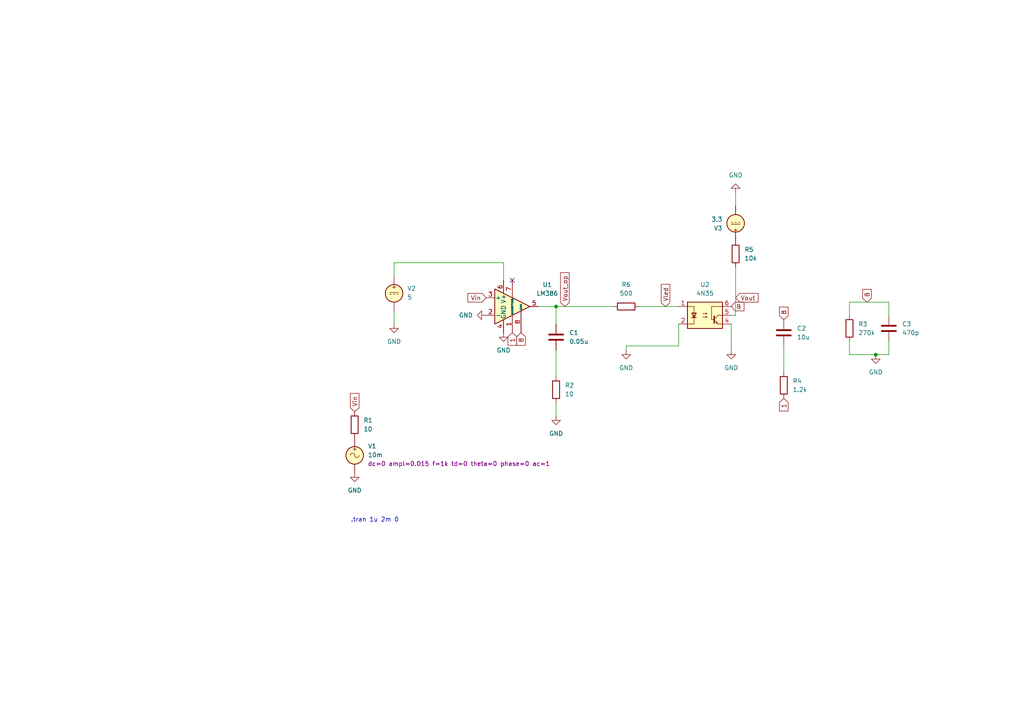
<source format=kicad_sch>
(kicad_sch (version 20231120) (generator "eeschema") (generator_version "8.0")
  (paper "A4")
  (lib_symbols
    (symbol "Amplifier_Audio:LM386" (pin_names (offset 0.127))
      (property "Reference" "U" (at 1.27 7.62 0))
      (property "Value" "LM386" (at 1.27 5.08 0))
      (symbol "LM386_0_1"
        (polyline (pts (xy 5.08 0) (xy -5.08 5.08) (xy -5.08 -5.08) (xy 5.08 0)) (stroke (width 0.254)) (fill (type background)))
      )
      (symbol "LM386_1_1"
        (pin input line (at 0 -7.62 90) (length 5.08) (name "GAIN") (number "1"))
        (pin input line (at -7.62 -2.54 0) (length 2.54) (name "-") (number "2"))
        (pin input line (at -7.62 2.54 0) (length 2.54) (name "+") (number "3"))
        (pin power_in line (at -2.54 -7.62 90) (length 3.81) (name "GND") (number "4"))
        (pin output line (at 7.62 0 180) (length 2.54) (name "~") (number "5"))
        (pin power_in line (at -2.54 7.62 270) (length 3.81) (name "V+") (number "6"))
        (pin input line (at 0 7.62 270) (length 5.08) (name "BYPASS") (number "7"))
        (pin input line (at 2.54 -7.62 90) (length 6.35) (name "GAIN") (number "8"))
      )
    )
    (symbol "Device:C" (pin_numbers hide) (pin_names (offset 0.254))
      (property "Reference" "C" (at 0.635 2.54 0))
      (property "Value" "C" (at 0.635 -2.54 0))
      (symbol "C_0_1"
        (polyline (pts (xy -2.032 -0.762) (xy 2.032 -0.762)) (stroke (width 0.508)))
        (polyline (pts (xy -2.032 0.762) (xy 2.032 0.762)) (stroke (width 0.508)))
      )
      (symbol "C_1_1"
        (pin passive line (at 0 3.81 270) (length 2.794) (name "~") (number "1"))
        (pin passive line (at 0 -3.81 90) (length 2.794) (name "~") (number "2"))
      )
    )
    (symbol "Device:R" (pin_numbers hide) (pin_names (offset 0))
      (property "Reference" "R" (at 2.032 0 90))
      (property "Value" "R" (at 0 0 90))
      (symbol "R_0_1"
        (rectangle (start -1.016 -2.54) (end 1.016 2.54) (stroke (width 0.254)))
      )
      (symbol "R_1_1"
        (pin passive line (at 0 3.81 270) (length 1.27) (name "~") (number "1"))
        (pin passive line (at 0 -3.81 90) (length 1.27) (name "~") (number "2"))
      )
    )
    (symbol "Isolator:4N35" (pin_names (offset 1.016))
      (property "Reference" "U" (at -5.08 5.08 0))
      (property "Value" "4N35" (at 0 5.08 0))
      (symbol "4N35_0_1"
        (rectangle (start -5.08 3.81) (end 5.08 -3.81) (stroke (width 0.254)) (fill (type background)))
        (polyline (pts (xy -3.81 -0.635) (xy -2.54 -0.635)) (stroke (width 0.254)))
        (polyline (pts (xy 2.667 -1.397) (xy 3.81 -2.54)))
        (polyline (pts (xy 2.667 -1.143) (xy 3.81 0)))
        (polyline (pts (xy 3.81 -2.54) (xy 5.08 -2.54)))
        (polyline (pts (xy 3.81 0) (xy 5.08 0)))
        (polyline (pts (xy 2.667 -0.254) (xy 2.667 -2.286) (xy 2.667 -2.286)) (stroke (width 0.3556)))
        (polyline (pts (xy -5.08 -2.54) (xy -3.175 -2.54) (xy -3.175 2.54) (xy -5.08 2.54)))
        (polyline (pts (xy -3.175 -0.635) (xy -3.81 0.635) (xy -2.54 0.635) (xy -3.175 -0.635)) (stroke (width 0.254)))
        (polyline (pts (xy 3.683 -2.413) (xy 3.429 -1.905) (xy 3.175 -2.159) (xy 3.683 -2.413)))
        (polyline (pts (xy 5.08 2.54) (xy 1.905 2.54) (xy 1.905 -1.27) (xy 2.54 -1.27)))
        (polyline (pts (xy -0.635 -0.508) (xy 0.635 -0.508) (xy 0.254 -0.635) (xy 0.254 -0.381) (xy 0.635 -0.508)))
        (polyline (pts (xy -0.635 0.508) (xy 0.635 0.508) (xy 0.254 0.381) (xy 0.254 0.635) (xy 0.635 0.508)))
      )
      (symbol "4N35_1_1"
        (pin passive line (at -7.62 2.54 0) (length 2.54) (name "~") (number "1"))
        (pin passive line (at -7.62 -2.54 0) (length 2.54) (name "~") (number "2"))
        (pin no_connect line (at -5.08 0 0) (length 2.54) hide (name "NC") (number "3"))
        (pin passive line (at 7.62 -2.54 180) (length 2.54) (name "~") (number "4"))
        (pin passive line (at 7.62 0 180) (length 2.54) (name "~") (number "5"))
        (pin passive line (at 7.62 2.54 180) (length 2.54) (name "~") (number "6"))
      )
    )
    (symbol "Simulation_SPICE:VDC" (pin_numbers hide) (pin_names (offset 0.0254))
      (property "Reference" "V" (at 2.54 2.54 0))
      (property "Value" "1" (at 2.54 0 0))
      (symbol "VDC_0_0"
        (polyline (pts (xy -1.27 0.254) (xy 1.27 0.254)))
        (polyline (pts (xy -0.762 -0.254) (xy -1.27 -0.254)))
        (polyline (pts (xy 0.254 -0.254) (xy -0.254 -0.254)))
        (polyline (pts (xy 1.27 -0.254) (xy 0.762 -0.254)))
        (text "+" (at 0 1.905 0) (effects (font (size 1.27 1.27))))
      )
      (symbol "VDC_0_1"
        (circle (center 0 0) (radius 2.54) (stroke (width 0.254)) (fill (type background)))
      )
      (symbol "VDC_1_1"
        (pin passive line (at 0 5.08 270) (length 2.54) (name "~") (number "1"))
        (pin passive line (at 0 -5.08 90) (length 2.54) (name "~") (number "2"))
      )
    )
    (symbol "Simulation_SPICE:VSIN" (pin_numbers hide) (pin_names (offset 0.0254))
      (property "Reference" "V" (at 2.54 2.54 0))
      (property "Value" "VSIN" (at 2.54 0 0))
      (property "Sim.Params" "dc=0 ampl=1 f=1k ac=1" (at 2.54 -2.54 0))
      (symbol "VSIN_0_0"
        (arc (start 0 0) (mid -0.635 0.6323) (end -1.27 0))
        (arc (start 0 0) (mid 0.635 -0.6323) (end 1.27 0))
        (text "+" (at 0 1.905 0) (effects (font (size 1.27 1.27))))
      )
      (symbol "VSIN_0_1"
        (circle (center 0 0) (radius 2.54) (stroke (width 0.254)) (fill (type background)))
      )
      (symbol "VSIN_1_1"
        (pin passive line (at 0 5.08 270) (length 2.54) (name "~") (number "1"))
        (pin passive line (at 0 -5.08 90) (length 2.54) (name "~") (number "2"))
      )
    )
    (symbol "power:GND" (power) (pin_numbers hide) (pin_names (offset 0) hide)
      (property "Value" "GND" (at 0 -3.81 0))
      (symbol "GND_0_1"
        (polyline (pts (xy 0 0) (xy 0 -1.27) (xy 1.27 -1.27) (xy 0 -2.54) (xy -1.27 -1.27) (xy 0 -1.27)))
      )
      (symbol "GND_1_1"
        (pin power_in line (at 0 0 270) (length 0) (name "~") (number "1"))
      )
    )
  )
  (junction (at 161.29 88.9))
  (junction (at 254 102.87))
  (no_connect (at 148.59 81.28))
  (wire (pts (xy 213.36 91.44) (xy 212.09 91.44)))
  (wire (pts (xy 254 102.87) (xy 257.81 102.87)))
  (wire (pts (xy 114.3 80.01) (xy 114.3 76.2)))
  (wire (pts (xy 227.33 100.33) (xy 227.33 107.95)))
  (wire (pts (xy 257.81 87.63) (xy 257.81 91.44)))
  (wire (pts (xy 246.38 99.06) (xy 246.38 102.87)))
  (wire (pts (xy 161.29 88.9) (xy 161.29 93.98)))
  (wire (pts (xy 161.29 101.6) (xy 161.29 109.22)))
  (wire (pts (xy 161.29 88.9) (xy 177.8 88.9)))
  (wire (pts (xy 156.21 88.9) (xy 161.29 88.9)))
  (wire (pts (xy 246.38 87.63) (xy 257.81 87.63)))
  (wire (pts (xy 213.36 77.47) (xy 213.36 91.44)))
  (wire (pts (xy 257.81 102.87) (xy 257.81 99.06)))
  (wire (pts (xy 246.38 91.44) (xy 246.38 87.63)))
  (wire (pts (xy 196.85 93.98) (xy 196.85 100.33)))
  (wire (pts (xy 213.36 59.69) (xy 213.36 55.88)))
  (wire (pts (xy 212.09 101.6) (xy 212.09 93.98)))
  (wire (pts (xy 114.3 90.17) (xy 114.3 93.98)))
  (wire (pts (xy 161.29 116.84) (xy 161.29 120.65)))
  (wire (pts (xy 146.05 76.2) (xy 146.05 81.28)))
  (wire (pts (xy 114.3 76.2) (xy 146.05 76.2)))
  (wire (pts (xy 246.38 102.87) (xy 254 102.87)))
  (wire (pts (xy 185.42 88.9) (xy 196.85 88.9)))
  (wire (pts (xy 181.61 101.6) (xy 181.61 100.33)))
  (wire (pts (xy 196.85 100.33) (xy 181.61 100.33)))
  (text ".tran 1u 2m 0" (at 108.712 150.876 0) (effects (font (size 1.27 1.27))))
  (global_label "8" (shape input) (at 151.13 96.52 270) (property "Intersheetrefs" "${INTERSHEET_REFS}" (effects (hide yes))))
  (global_label "8" (shape input) (at 227.33 92.71 90) (property "Intersheetrefs" "${INTERSHEET_REFS}" (effects (hide yes))))
  (global_label "Vled" (shape input) (at 193.04 88.9 90) (property "Intersheetrefs" "${INTERSHEET_REFS}" (effects (hide yes))))
  (global_label "Vout_op" (shape input) (at 163.83 88.9 90) (property "Intersheetrefs" "${INTERSHEET_REFS}" (effects (hide yes))))
  (global_label "B" (shape input) (at 212.09 88.9 0) (property "Intersheetrefs" "${INTERSHEET_REFS}" (effects (hide yes))))
  (global_label "Vout" (shape input) (at 213.36 86.36 0) (property "Intersheetrefs" "${INTERSHEET_REFS}" (effects (hide yes))))
  (global_label "1" (shape input) (at 148.59 96.52 270) (property "Intersheetrefs" "${INTERSHEET_REFS}" (effects (hide yes))))
  (global_label "Vin" (shape input) (at 140.97 86.36 180) (property "Intersheetrefs" "${INTERSHEET_REFS}" (effects (hide yes))))
  (global_label "Vin" (shape input) (at 102.87 119.38 90) (property "Intersheetrefs" "${INTERSHEET_REFS}" (effects (hide yes))))
  (global_label "1" (shape input) (at 227.33 115.57 270) (property "Intersheetrefs" "${INTERSHEET_REFS}" (effects (hide yes))))
  (global_label "B" (shape input) (at 251.46 87.63 90) (property "Intersheetrefs" "${INTERSHEET_REFS}" (effects (hide yes))))
  (symbol (lib_id "power:GND") (at 114.3 93.98 0) (unit 1)
    (property "Reference" "#PWR02" (effects (hide yes)))
    (property "Value" "GND" (at 114.3 99.06 0))
    (property "Description" "Power symbol creates a global label with name \"GND\" , ground" (effects (hide yes)))
  )
  (symbol (lib_id "Simulation_SPICE:VDC") (at 114.3 85.09 0) (unit 1)
    (property "Reference" "V2" (at 118.11 83.6901 0) (effects (justify left)))
    (property "Value" "5" (at 118.11 86.2301 0) (effects (justify left)))
    (property "Datasheet" "https://ngspice.sourceforge.io/docs/ngspice-html-manual/manual.xhtml#sec_Independent_Sources_for" (effects (hide yes)))
    (property "Description" "Voltage source, DC" (effects (hide yes)))
    (property "Sim.Pins" "1=+ 2=-" (effects (hide yes)))
    (property "Sim.Type" "DC" (effects (hide yes)))
    (property "Sim.Device" "V" (effects (hide yes)))
  )
  (symbol (lib_id "power:GND") (at 181.61 101.6 0) (unit 1)
    (property "Reference" "#PWR06" (effects (hide yes)))
    (property "Value" "GND" (at 181.61 106.68 0))
    (property "Description" "Power symbol creates a global label with name \"GND\" , ground" (effects (hide yes)))
  )
  (symbol (lib_id "Device:R") (at 181.61 88.9 90) (unit 1)
    (property "Reference" "R6" (at 181.61 82.55 90))
    (property "Value" "500" (at 181.61 85.09 90))
    (property "Description" "Resistor" (effects (hide yes)))
  )
  (symbol (lib_id "Device:C") (at 227.33 96.52 180) (unit 1)
    (property "Reference" "C2" (at 231.14 95.2499 0) (effects (justify right)))
    (property "Value" "10u" (at 231.14 97.7899 0) (effects (justify right)))
    (property "Description" "Unpolarized capacitor" (effects (hide yes)))
  )
  (symbol (lib_id "Device:R") (at 246.38 95.25 0) (unit 1)
    (property "Reference" "R3" (at 248.92 93.9799 0) (effects (justify left)))
    (property "Value" "270k" (at 248.92 96.5199 0) (effects (justify left)))
    (property "Description" "Resistor" (effects (hide yes)))
  )
  (symbol (lib_id "power:GND") (at 140.97 91.44 270) (unit 1)
    (property "Reference" "#PWR03" (effects (hide yes)))
    (property "Value" "GND" (at 137.16 91.4399 90) (effects (justify right)))
    (property "Description" "Power symbol creates a global label with name \"GND\" , ground" (effects (hide yes)))
  )
  (symbol (lib_id "Device:R") (at 161.29 113.03 0) (unit 1)
    (property "Reference" "R2" (at 163.83 111.7599 0) (effects (justify left)))
    (property "Value" "10" (at 163.83 114.2999 0) (effects (justify left)))
    (property "Description" "Resistor" (effects (hide yes)))
  )
  (symbol (lib_id "power:GND") (at 213.36 55.88 180) (unit 1)
    (property "Reference" "#PWR07" (effects (hide yes)))
    (property "Value" "GND" (at 213.36 50.8 0))
    (property "Description" "Power symbol creates a global label with name \"GND\" , ground" (effects (hide yes)))
  )
  (symbol (lib_id "Device:C") (at 257.81 95.25 180) (unit 1)
    (property "Reference" "C3" (at 261.62 93.9799 0) (effects (justify right)))
    (property "Value" "470p" (at 261.62 96.5199 0) (effects (justify right)))
    (property "Description" "Unpolarized capacitor" (effects (hide yes)))
  )
  (symbol (lib_id "Amplifier_Audio:LM386") (at 148.59 88.9 0) (unit 1)
    (property "Reference" "U1" (at 158.75 82.5814 0))
    (property "Value" "LM386" (at 158.75 85.1214 0))
    (property "Datasheet" "http://www.ti.com/lit/ds/symlink/lm386.pdf" (effects (hide yes)))
    (property "Description" "Low Voltage Audio Power Amplifier, DIP-8/SOIC-8/SSOP-8" (effects (hide yes)))
    (property "Sim.Library" "C:\\Users\\Bauti\\Desktop\\Facu\\CIA\\Curso_KiCAD\\Modelos Spice\\LM386.lib" (effects (hide yes)))
    (property "Sim.Name" "lm386" (effects (hide yes)))
    (property "Sim.Device" "SUBCKT" (effects (hide yes)))
    (property "Sim.Pins" "1=g1 2=inn 3=inp 4=gnd 5=out 6=vs 7=byp 8=g8" (effects (hide yes)))
  )
  (symbol (lib_id "power:GND") (at 146.05 96.52 0) (unit 1)
    (property "Reference" "#PWR04" (effects (hide yes)))
    (property "Value" "GND" (at 146.05 101.6 0))
    (property "Description" "Power symbol creates a global label with name \"GND\" , ground" (effects (hide yes)))
  )
  (symbol (lib_id "Device:R") (at 227.33 111.76 0) (unit 1)
    (property "Reference" "R4" (at 229.87 110.4899 0) (effects (justify left)))
    (property "Value" "1.2k" (at 229.87 113.0299 0) (effects (justify left)))
    (property "Description" "Resistor" (effects (hide yes)))
  )
  (symbol (lib_id "Isolator:4N35") (at 204.47 91.44 0) (unit 1)
    (property "Reference" "U2" (at 204.47 82.55 0))
    (property "Value" "4N35" (at 204.47 85.09 0))
    (property "Footprint" "Package_DIP:DIP-6_W7.62mm" (effects (hide yes)))
    (property "Datasheet" "https://www.vishay.com/docs/81181/4n35.pdf" (effects (hide yes)))
    (property "Description" "Optocoupler, Phototransistor Output, with Base Connection, Vce 70V, CTR 100%, Viso 5000V, DIP6" (effects (hide yes)))
    (property "Sim.Library" "A4N35.lib" (effects (hide yes)))
    (property "Sim.Name" "A4N35" (effects (hide yes)))
    (property "Sim.Device" "SUBCKT" (effects (hide yes)))
    (property "Sim.Pins" "1=A 2=K 3=C 4=B 5=E" (effects (hide yes)))
  )
  (symbol (lib_id "Device:C") (at 161.29 97.79 180) (unit 1)
    (property "Reference" "C1" (at 165.1 96.5199 0) (effects (justify right)))
    (property "Value" "0.05u" (at 165.1 99.0599 0) (effects (justify right)))
    (property "Description" "Unpolarized capacitor" (effects (hide yes)))
  )
  (symbol (lib_id "power:GND") (at 254 102.87 0) (unit 1)
    (property "Reference" "#PWR09" (effects (hide yes)))
    (property "Value" "GND" (at 254 107.95 0))
    (property "Description" "Power symbol creates a global label with name \"GND\" , ground" (effects (hide yes)))
  )
  (symbol (lib_id "power:GND") (at 161.29 120.65 0) (unit 1)
    (property "Reference" "#PWR05" (effects (hide yes)))
    (property "Value" "GND" (at 161.29 125.73 0))
    (property "Description" "Power symbol creates a global label with name \"GND\" , ground" (effects (hide yes)))
  )
  (symbol (lib_id "Device:R") (at 213.36 73.66 0) (unit 1)
    (property "Reference" "R5" (at 215.9 72.3899 0) (effects (justify left)))
    (property "Value" "10k" (at 215.9 74.9299 0) (effects (justify left)))
    (property "Description" "Resistor" (effects (hide yes)))
  )
  (symbol (lib_id "power:GND") (at 102.87 137.16 0) (unit 1)
    (property "Reference" "#PWR01" (effects (hide yes)))
    (property "Value" "GND" (at 102.87 142.24 0))
    (property "Description" "Power symbol creates a global label with name \"GND\" , ground" (effects (hide yes)))
  )
  (symbol (lib_id "power:GND") (at 212.09 101.6 0) (unit 1)
    (property "Reference" "#PWR08" (effects (hide yes)))
    (property "Value" "GND" (at 212.09 106.68 0))
    (property "Description" "Power symbol creates a global label with name \"GND\" , ground" (effects (hide yes)))
  )
  (symbol (lib_id "Simulation_SPICE:VDC") (at 213.36 64.77 180) (unit 1)
    (property "Reference" "V3" (at 209.55 66.1699 0) (effects (justify left)))
    (property "Value" "3.3" (at 209.55 63.6299 0) (effects (justify left)))
    (property "Datasheet" "https://ngspice.sourceforge.io/docs/ngspice-html-manual/manual.xhtml#sec_Independent_Sources_for" (effects (hide yes)))
    (property "Description" "Voltage source, DC" (effects (hide yes)))
    (property "Sim.Pins" "1=+ 2=-" (effects (hide yes)))
    (property "Sim.Type" "DC" (effects (hide yes)))
    (property "Sim.Device" "V" (effects (hide yes)))
  )
  (symbol (lib_id "Simulation_SPICE:VSIN") (at 102.87 132.08 0) (unit 1)
    (property "Reference" "V1" (at 106.68 129.4101 0) (effects (justify left)))
    (property "Value" "10m" (at 106.68 131.9501 0) (effects (justify left)))
    (property "Datasheet" "https://ngspice.sourceforge.io/docs/ngspice-html-manual/manual.xhtml#sec_Independent_Sources_for" (effects (hide yes)))
    (property "Description" "Voltage source, sinusoidal" (effects (hide yes)))
    (property "Sim.Pins" "1=+ 2=-" (effects (hide yes)))
    (property "Sim.Params" "dc=0 ampl=0.015 f=1k td=0 theta=0 phase=0 ac=1" (at 106.68 134.4901 0) (effects (justify left)))
    (property "Sim.Type" "SIN" (effects (hide yes)))
    (property "Sim.Device" "V" (effects (hide yes)))
  )
  (symbol (lib_id "Device:R") (at 102.87 123.19 0) (unit 1)
    (property "Reference" "R1" (at 105.41 121.9199 0) (effects (justify left)))
    (property "Value" "10" (at 105.41 124.4599 0) (effects (justify left)))
    (property "Description" "Resistor" (effects (hide yes)))
  )
)
</source>
